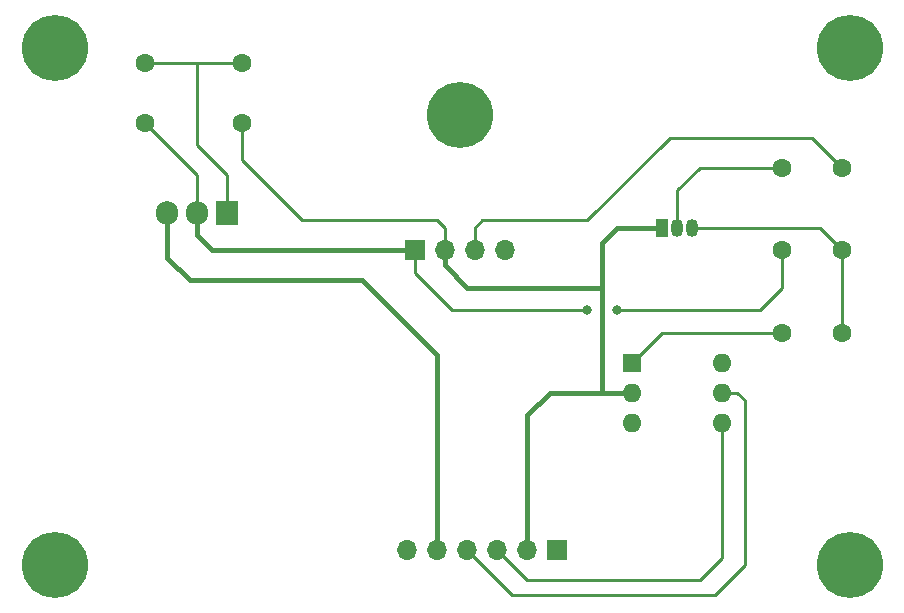
<source format=gbr>
%TF.GenerationSoftware,KiCad,Pcbnew,(5.1.9-0-10_14)*%
%TF.CreationDate,2024-02-19T19:40:51-08:00*%
%TF.ProjectId,TRax-LaserParkDetector,54526178-2d4c-4617-9365-725061726b44,rev?*%
%TF.SameCoordinates,Original*%
%TF.FileFunction,Copper,L1,Top*%
%TF.FilePolarity,Positive*%
%FSLAX46Y46*%
G04 Gerber Fmt 4.6, Leading zero omitted, Abs format (unit mm)*
G04 Created by KiCad (PCBNEW (5.1.9-0-10_14)) date 2024-02-19 19:40:51*
%MOMM*%
%LPD*%
G01*
G04 APERTURE LIST*
%TA.AperFunction,ComponentPad*%
%ADD10C,5.600000*%
%TD*%
%TA.AperFunction,ComponentPad*%
%ADD11O,1.905000X2.000000*%
%TD*%
%TA.AperFunction,ComponentPad*%
%ADD12R,1.905000X2.000000*%
%TD*%
%TA.AperFunction,ComponentPad*%
%ADD13R,1.700000X1.700000*%
%TD*%
%TA.AperFunction,ComponentPad*%
%ADD14O,1.700000X1.700000*%
%TD*%
%TA.AperFunction,ComponentPad*%
%ADD15O,1.050000X1.500000*%
%TD*%
%TA.AperFunction,ComponentPad*%
%ADD16R,1.050000X1.500000*%
%TD*%
%TA.AperFunction,ComponentPad*%
%ADD17C,1.600000*%
%TD*%
%TA.AperFunction,ComponentPad*%
%ADD18R,1.600000X1.600000*%
%TD*%
%TA.AperFunction,ComponentPad*%
%ADD19O,1.600000X1.600000*%
%TD*%
%TA.AperFunction,ViaPad*%
%ADD20C,0.800000*%
%TD*%
%TA.AperFunction,Conductor*%
%ADD21C,0.400000*%
%TD*%
%TA.AperFunction,Conductor*%
%ADD22C,0.250000*%
%TD*%
G04 APERTURE END LIST*
D10*
%TO.P,REF\u002A\u002A,*%
%TO.N,*%
X99695000Y-61595000D03*
%TD*%
D11*
%TO.P,U1,3*%
%TO.N,Net-(J1-Pad5)*%
X74930000Y-69850000D03*
%TO.P,U1,2*%
%TO.N,Net-(R1-Pad2)*%
X77470000Y-69850000D03*
D12*
%TO.P,U1,1*%
%TO.N,Net-(R1-Pad1)*%
X80010000Y-69850000D03*
%TD*%
D10*
%TO.P,REF\u002A\u002A,*%
%TO.N,*%
X65405000Y-55880000D03*
%TD*%
%TO.P,REF\u002A\u002A,*%
%TO.N,*%
X65405000Y-99695000D03*
%TD*%
%TO.P,REF\u002A\u002A,*%
%TO.N,*%
X132715000Y-55880000D03*
%TD*%
%TO.P,REF\u002A\u002A,*%
%TO.N,*%
X132715000Y-99695000D03*
%TD*%
D13*
%TO.P,J1,1*%
%TO.N,N/C*%
X107950000Y-98425000D03*
D14*
%TO.P,J1,2*%
%TO.N,GND*%
X105410000Y-98425000D03*
%TO.P,J1,3*%
%TO.N,Net-(J1-Pad3)*%
X102870000Y-98425000D03*
%TO.P,J1,4*%
%TO.N,Net-(J1-Pad4)*%
X100330000Y-98425000D03*
%TO.P,J1,5*%
%TO.N,Net-(J1-Pad5)*%
X97790000Y-98425000D03*
%TO.P,J1,6*%
%TO.N,N/C*%
X95250000Y-98425000D03*
%TD*%
D15*
%TO.P,Q1,2*%
%TO.N,Net-(Q1-Pad2)*%
X118110000Y-71120000D03*
%TO.P,Q1,3*%
%TO.N,Net-(Q1-Pad3)*%
X119380000Y-71120000D03*
D16*
%TO.P,Q1,1*%
%TO.N,GND*%
X116840000Y-71120000D03*
%TD*%
D17*
%TO.P,R1,1*%
%TO.N,Net-(R1-Pad1)*%
X73025000Y-57150000D03*
%TO.P,R1,2*%
%TO.N,Net-(R1-Pad2)*%
X73025000Y-62230000D03*
%TD*%
%TO.P,R2,2*%
%TO.N,Net-(R1-Pad1)*%
X81280000Y-57150000D03*
%TO.P,R2,1*%
%TO.N,GND*%
X81280000Y-62230000D03*
%TD*%
%TO.P,R3,1*%
%TO.N,Net-(Q1-Pad2)*%
X127000000Y-66040000D03*
%TO.P,R3,2*%
%TO.N,Net-(R3-Pad2)*%
X132080000Y-66040000D03*
%TD*%
%TO.P,R4,2*%
%TO.N,Net-(Q1-Pad3)*%
X132080000Y-73025000D03*
%TO.P,R4,1*%
%TO.N,Net-(R1-Pad2)*%
X127000000Y-73025000D03*
%TD*%
%TO.P,R5,1*%
%TO.N,Net-(R5-Pad1)*%
X127000000Y-80010000D03*
%TO.P,R5,2*%
%TO.N,Net-(Q1-Pad3)*%
X132080000Y-80010000D03*
%TD*%
D18*
%TO.P,U2,1*%
%TO.N,Net-(R5-Pad1)*%
X114300000Y-82550000D03*
D19*
%TO.P,U2,4*%
%TO.N,Net-(J1-Pad3)*%
X121920000Y-87630000D03*
%TO.P,U2,2*%
%TO.N,GND*%
X114300000Y-85090000D03*
%TO.P,U2,5*%
%TO.N,Net-(J1-Pad4)*%
X121920000Y-85090000D03*
%TO.P,U2,3*%
%TO.N,N/C*%
X114300000Y-87630000D03*
%TO.P,U2,6*%
X121920000Y-82550000D03*
%TD*%
D13*
%TO.P,X1,1*%
%TO.N,Net-(R1-Pad2)*%
X95885000Y-73025000D03*
D14*
%TO.P,X1,2*%
%TO.N,GND*%
X98425000Y-73025000D03*
%TO.P,X1,3*%
%TO.N,Net-(R3-Pad2)*%
X100965000Y-73025000D03*
%TO.P,X1,4*%
%TO.N,N/C*%
X103505000Y-73025000D03*
%TD*%
D20*
%TO.N,Net-(R1-Pad2)*%
X113030000Y-78105000D03*
X110490000Y-78105000D03*
%TD*%
D21*
%TO.N,GND*%
X116840000Y-71120000D02*
X113030000Y-71120000D01*
X113030000Y-71120000D02*
X112395000Y-71755000D01*
X111760000Y-72390000D02*
X112395000Y-71755000D01*
X111760000Y-82550000D02*
X111760000Y-78105000D01*
X111760000Y-82550000D02*
X111760000Y-85090000D01*
X111760000Y-85090000D02*
X107315000Y-85090000D01*
X105410000Y-86995000D02*
X105410000Y-98425000D01*
X107315000Y-85090000D02*
X105410000Y-86995000D01*
X111760000Y-85090000D02*
X114300000Y-85090000D01*
X111760000Y-76200000D02*
X100330000Y-76200000D01*
X100330000Y-76200000D02*
X98425000Y-74295000D01*
X98425000Y-73025000D02*
X98425000Y-74295000D01*
X111760000Y-78105000D02*
X111760000Y-76200000D01*
X111760000Y-76200000D02*
X111760000Y-72390000D01*
D22*
X97790000Y-70485000D02*
X98425000Y-71120000D01*
X86360000Y-70485000D02*
X97790000Y-70485000D01*
X98425000Y-71120000D02*
X98425000Y-73025000D01*
X81280000Y-65405000D02*
X86360000Y-70485000D01*
X81280000Y-62230000D02*
X81280000Y-65405000D01*
%TO.N,Net-(J1-Pad3)*%
X121920000Y-87630000D02*
X121920000Y-99060000D01*
X121920000Y-99060000D02*
X120015000Y-100965000D01*
X105410000Y-100965000D02*
X102870000Y-98425000D01*
X120015000Y-100965000D02*
X105410000Y-100965000D01*
%TO.N,Net-(J1-Pad4)*%
X121920000Y-85090000D02*
X123190000Y-85090000D01*
X123190000Y-85090000D02*
X123825000Y-85725000D01*
X123825000Y-85725000D02*
X123825000Y-99695000D01*
X123825000Y-99695000D02*
X121285000Y-102235000D01*
X104140000Y-102235000D02*
X100330000Y-98425000D01*
X121285000Y-102235000D02*
X104140000Y-102235000D01*
D21*
%TO.N,Net-(J1-Pad5)*%
X97790000Y-81915000D02*
X97790000Y-98425000D01*
X91440000Y-75565000D02*
X97790000Y-81915000D01*
X74930000Y-73660000D02*
X76835000Y-75565000D01*
X76835000Y-75565000D02*
X91440000Y-75565000D01*
X74930000Y-69850000D02*
X74930000Y-73660000D01*
D22*
%TO.N,Net-(Q1-Pad2)*%
X118110000Y-67945000D02*
X118110000Y-71120000D01*
X120015000Y-66040000D02*
X118110000Y-67945000D01*
X120015000Y-66040000D02*
X127000000Y-66040000D01*
%TO.N,Net-(Q1-Pad3)*%
X132080000Y-73025000D02*
X130175000Y-71120000D01*
X132080000Y-73025000D02*
X132080000Y-80010000D01*
X119380000Y-71120000D02*
X130175000Y-71120000D01*
%TO.N,Net-(R1-Pad1)*%
X77470000Y-57150000D02*
X73025000Y-57150000D01*
X81280000Y-57150000D02*
X77470000Y-57150000D01*
X80010000Y-66675000D02*
X77470000Y-64135000D01*
X77470000Y-64135000D02*
X77470000Y-57150000D01*
X80010000Y-66675000D02*
X80010000Y-69850000D01*
D21*
%TO.N,Net-(R1-Pad2)*%
X95885000Y-73025000D02*
X78740000Y-73025000D01*
X77470000Y-71755000D02*
X77470000Y-69850000D01*
X78740000Y-73025000D02*
X77470000Y-71755000D01*
D22*
X95885000Y-73025000D02*
X95885000Y-74930000D01*
X95885000Y-74930000D02*
X99060000Y-78105000D01*
X99060000Y-78105000D02*
X110490000Y-78105000D01*
X113030000Y-78105000D02*
X113030000Y-78105000D01*
X110490000Y-78105000D02*
X110490000Y-78105000D01*
X127000000Y-73025000D02*
X127000000Y-76200000D01*
X127000000Y-76200000D02*
X125095000Y-78105000D01*
X125095000Y-78105000D02*
X113030000Y-78105000D01*
X77470000Y-66675000D02*
X73025000Y-62230000D01*
X77470000Y-69850000D02*
X77470000Y-66675000D01*
%TO.N,Net-(R3-Pad2)*%
X129540000Y-63500000D02*
X132080000Y-66040000D01*
X101600000Y-70485000D02*
X110490000Y-70485000D01*
X100965000Y-71120000D02*
X101600000Y-70485000D01*
X110490000Y-70485000D02*
X117475000Y-63500000D01*
X100965000Y-73025000D02*
X100965000Y-71120000D01*
X117475000Y-63500000D02*
X129540000Y-63500000D01*
%TO.N,Net-(R5-Pad1)*%
X116840000Y-80010000D02*
X114300000Y-82550000D01*
X116840000Y-80010000D02*
X127000000Y-80010000D01*
%TD*%
M02*

</source>
